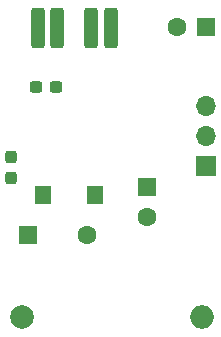
<source format=gbr>
%TF.GenerationSoftware,KiCad,Pcbnew,7.0.1*%
%TF.CreationDate,2023-06-01T20:52:03-07:00*%
%TF.ProjectId,LM2670-ADJ-Carrier,4c4d3236-3730-42d4-9144-4a2d43617272,rev?*%
%TF.SameCoordinates,Original*%
%TF.FileFunction,Soldermask,Bot*%
%TF.FilePolarity,Negative*%
%FSLAX46Y46*%
G04 Gerber Fmt 4.6, Leading zero omitted, Abs format (unit mm)*
G04 Created by KiCad (PCBNEW 7.0.1) date 2023-06-01 20:52:03*
%MOMM*%
%LPD*%
G01*
G04 APERTURE LIST*
G04 Aperture macros list*
%AMRoundRect*
0 Rectangle with rounded corners*
0 $1 Rounding radius*
0 $2 $3 $4 $5 $6 $7 $8 $9 X,Y pos of 4 corners*
0 Add a 4 corners polygon primitive as box body*
4,1,4,$2,$3,$4,$5,$6,$7,$8,$9,$2,$3,0*
0 Add four circle primitives for the rounded corners*
1,1,$1+$1,$2,$3*
1,1,$1+$1,$4,$5*
1,1,$1+$1,$6,$7*
1,1,$1+$1,$8,$9*
0 Add four rect primitives between the rounded corners*
20,1,$1+$1,$2,$3,$4,$5,0*
20,1,$1+$1,$4,$5,$6,$7,0*
20,1,$1+$1,$6,$7,$8,$9,0*
20,1,$1+$1,$8,$9,$2,$3,0*%
G04 Aperture macros list end*
%ADD10R,1.700000X1.700000*%
%ADD11O,1.700000X1.700000*%
%ADD12C,2.000000*%
%ADD13O,2.000000X2.000000*%
%ADD14R,1.600000X1.600000*%
%ADD15C,1.600000*%
%ADD16RoundRect,0.250000X0.337500X1.450000X-0.337500X1.450000X-0.337500X-1.450000X0.337500X-1.450000X0*%
%ADD17R,1.450000X1.490000*%
%ADD18RoundRect,0.237500X-0.237500X0.300000X-0.237500X-0.300000X0.237500X-0.300000X0.237500X0.300000X0*%
%ADD19RoundRect,0.237500X0.300000X0.237500X-0.300000X0.237500X-0.300000X-0.237500X0.300000X-0.237500X0*%
G04 APERTURE END LIST*
D10*
%TO.C,J1*%
X153109449Y-101617000D03*
D11*
X153109449Y-99077000D03*
X153109449Y-96537000D03*
%TD*%
D12*
%TO.C,L1*%
X137571683Y-114432376D03*
D13*
X152811683Y-114432376D03*
%TD*%
D14*
%TO.C,C5*%
X138049386Y-107482969D03*
D15*
X143049386Y-107482969D03*
%TD*%
D14*
%TO.C,C2*%
X148158263Y-103439855D03*
D15*
X148158263Y-105939855D03*
%TD*%
D14*
%TO.C,C1*%
X153150694Y-89852484D03*
D15*
X150650694Y-89852484D03*
%TD*%
D16*
%TO.C,R2*%
X145062319Y-89981090D03*
X143387319Y-89981090D03*
%TD*%
D17*
%TO.C,D1*%
X143723353Y-104117685D03*
X139373353Y-104117685D03*
%TD*%
D18*
%TO.C,C4*%
X136616773Y-100907438D03*
X136616773Y-102632438D03*
%TD*%
D16*
%TO.C,R3*%
X140553567Y-89981090D03*
X138878567Y-89981090D03*
%TD*%
D19*
%TO.C,C3*%
X140475084Y-94977917D03*
X138750084Y-94977917D03*
%TD*%
M02*

</source>
